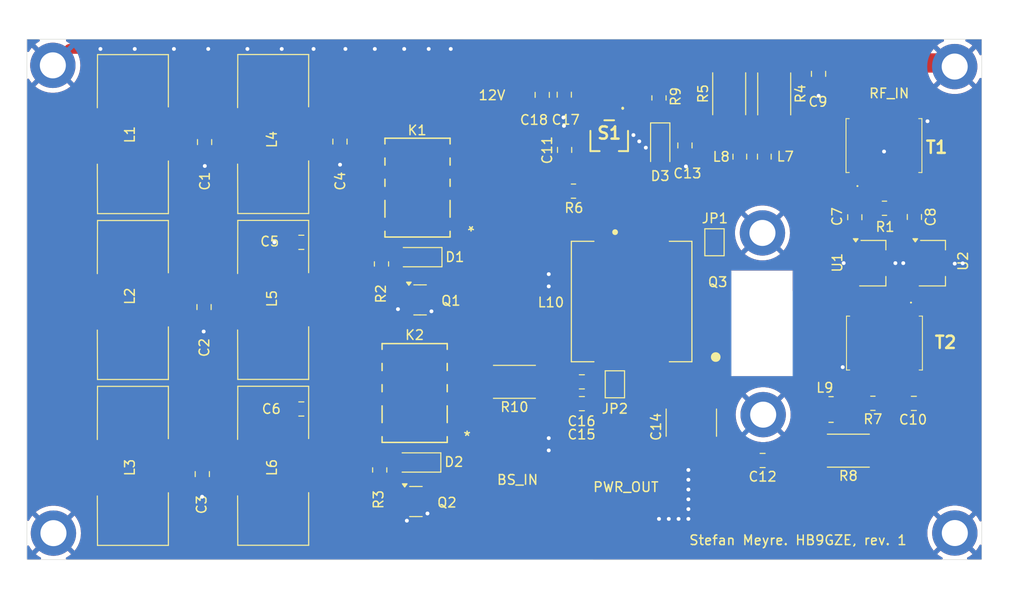
<source format=kicad_pcb>
(kicad_pcb (version 20240108) (generator "pcbnew") (generator_version "8.0")
  (layers (0 "F.Cu" signal) (31 "B.Cu" signal) (34 "B.Paste" user) (35 "F.Paste" user) (36 "B.SilkS" user "B.Silkscreen") (37 "F.SilkS" user "F.Silkscreen") (38 "B.Mask" user) (39 "F.Mask" user) (44 "Edge.Cuts" user))
  (net 0 "")
  (net 1 "Net-(T1-PRIMARY_DOT)")
  (net 2 "Net-(C1-Pad1)")
  (net 3 "Net-(T1-PRIMARY)")
  (net 4 "Net-(C2-Pad1)")
  (net 5 "GND")
  (net 6 "Net-(T2-SECONARY_CT)")
  (net 7 "Net-(C3-Pad1)")
  (net 8 "Net-(T2-SECONDARY)")
  (net 9 "Net-(C5-Pad1)")
  (net 10 "Net-(C4-Pad1)")
  (net 13 "Net-(C6-Pad1)")
  (net 14 "Net-(T2-PRIMARY_DOT)")
  (net 15 "Net-(T2-PRIMARY)")
  (net 16 "Net-(C7-Pad2)")
  (net 17 "Net-(C8-Pad2)")
  (net 18 "Net-(C10-Pad2)")
  (net 19 "Net-(D3-K)")
  (net 20 "Net-(S1-WIPER)")
  (net 21 "/RF_OUT")
  (net 22 "Net-(D1-A)")
  (net 23 "Net-(D2-A)")
  (net 24 "Net-(K1-Pad2)")
  (net 25 "Net-(K1-Pad4)")
  (net 26 "Net-(K1-Pad3)")
  (net 27 "Net-(K1-Pad6)")
  (net 28 "Net-(K2-Pad4)")
  (net 29 "Net-(PWR_OUT1-Pin_2)")
  (net 30 "Net-(L7-Pad1)")
  (net 31 "Net-(L9-Pad1)")
  (net 32 "Net-(L9-Pad2)")
  (net 33 "Net-(Q1-B)")
  (net 34 "Net-(Q2-B)")
  (net 35 "/BS0")
  (net 36 "/BS1")
  (net 37 "Net-(RF_IN1-Pin_2)")
  (net 38 "Net-(C12-Pad1)")
  (net 39 "+12V")
  (net 40 "Net-(JP1-A)")
  (net 41 "Net-(JP2-B)")
  (net 42 "Net-(JP1-B)")
  (net 43 "Net-(JP2-A)")
  (net 44 "Net-(C15-Pad2)")
  (footprint "Capacitor_SMD:C_0805_2012Metric_Pad1.18x1.45mm_HandSolder" (layer "F.Cu") (at 167.536987 65.384925 90)
    (property "Reference" "C13")
    (property "Value" "100nF" (hide yes))
  )
  (footprint "Resistor_SMD:R_0805_2012Metric_Pad1.20x1.40mm_HandSolder" (layer "F.Cu") (at 164.846 60.452 -90)
    (property "Reference" "R9")
    (property "Value" "1k" (hide yes))
  )
  (footprint "Capacitor_SMD:C_0805_2012Metric_Pad1.18x1.45mm_HandSolder" (layer "F.Cu") (at 127.762 92.7315 180)
    (property "Reference" "C6")
    (property "Value" "120pF" (hide yes))
  )
  (footprint "Inductor_SMD:L_0805_2012Metric_Pad1.15x1.40mm_HandSolder" (layer "F.Cu") (at 175.768 66.548 -90)
    (property "Reference" "L7")
    (property "Value" "2 x 100uH / 140mA each" (hide yes))
  )
  (footprint "Private:PinHeader_1x03_P1.00mm_Vertical_SMD" (layer "F.Cu") (at 151.626635 103.28708 -90)
    (property "Reference" "BS_IN")
    (property "Value" "Conn_01x03_Socket" (hide yes))
  )
  (footprint "Capacitor_SMD:C_2220_5750Metric_Pad1.97x5.40mm_HandSolder" (layer "F.Cu") (at 168.198768 94.151591 90)
    (property "Reference" "C14")
    (property "Value" "220pF" (hide yes))
  )
  (footprint "Package_TO_SOT_SMD:SOT-89-3" (layer "F.Cu") (at 187.011023 77.602655)
    (property "Reference" "U1")
    (property "Value" "GALI-74" (hide yes))
  )
  (footprint "Capacitor_SMD:C_0805_2012Metric_Pad1.18x1.45mm_HandSolder" (layer "F.Cu") (at 152.741151 60.138186 90)
    (property "Reference" "C18")
    (property "Value" "1uF" (hide yes))
  )
  (footprint "Capacitor_SMD:C_0805_2012Metric_Pad1.18x1.45mm_HandSolder" (layer "F.Cu") (at 191.271721 92.153568 180)
    (property "Reference" "C10")
    (property "Value" "100nF" (hide yes))
  )
  (footprint "Capacitor_SMD:C_0805_2012Metric_Pad1.18x1.45mm_HandSolder" (layer "F.Cu") (at 131.768127 64.9864 -90)
    (property "Reference" "C4")
    (property "Value" "470pF" (hide yes))
  )
  (footprint "Capacitor_SMD:C_0805_2012Metric_Pad1.18x1.45mm_HandSolder" (layer "F.Cu") (at 155.059825 65.848783 90)
    (property "Reference" "C11")
    (property "Value" "100nF" (hide yes))
  )
  (footprint "Diode_SMD:D_SOD-123" (layer "F.Cu") (at 139.865718 98.28523 180)
    (property "Reference" "D2")
    (property "Value" "BAV16W" (hide yes))
  )
  (footprint "Resistor_SMD:R_2512_6332Metric_Pad1.40x3.35mm_HandSolder" (layer "F.Cu") (at 149.858 89.916 180)
    (property "Reference" "R10")
    (property "Value" "0R 1W" (hide yes))
  )
  (footprint "MountingHole:MountingHole_2.7mm_M2.5_DIN965_Pad_TopBottom" (layer "F.Cu") (at 175.573473 74.464064)
    (property "Reference" "H6" (hide yes))
    (property "Value" "MountingHole_Pad" (hide yes))
  )
  (footprint "Private:L_Toroid_Vertical_L16.3mm_W7.1mm_P7.11mm_SMD" (layer "F.Cu") (at 121.294121 98.62547 90)
    (property "Reference" "L6")
    (property "Value" "0.68uH" (hide yes))
  )
  (footprint "Private:PinHeader_1x02_P1.00mm_Vertical_SMD" (layer "F.Cu") (at 147.547548 56.842796 90)
    (property "Reference" "12V")
    (property "Value" "Conn_01x02_Socket" (hide yes))
  )
  (footprint "Private:PinHeader_1x02_P1.00mm_Vertical_SMD" (layer "F.Cu") (at 161.52 104.14 -90)
    (property "Reference" "PWR_OUT")
    (property "Value" "Conn_01x02_Socket" (hide yes))
  )
  (footprint "Capacitor_SMD:C_0805_2012Metric_Pad1.18x1.45mm_HandSolder" (layer "F.Cu") (at 155.027151 60.116686 90)
    (property "Reference" "C17")
    (property "Value" "100nF" (hide yes))
  )
  (footprint "Diode_SMD:D_SOD-123" (layer "F.Cu") (at 139.984732 76.977669 180)
    (property "Reference" "D1")
    (property "Value" "BAV16W" (hide yes))
  )
  (footprint "Capacitor_SMD:C_0805_2012Metric_Pad1.18x1.45mm_HandSolder" (layer "F.Cu") (at 117.49679 99.490364 -90)
    (property "Reference" "C3")
    (property "Value" "330pF" (hide yes))
  )
  (footprint "Private:IND_SRF1260-1R0Y" (layer "F.Cu") (at 162.009985 81.581459)
    (property "Reference" "L10")
    (property "Value" "SRF1260-1R0Y" (hide yes))
  )
  (footprint "Private:L_Toroid_Vertical_L16.3mm_W7.1mm_P7.11mm_SMD" (layer "F.Cu") (at 106.749969 98.636419 90)
    (property "Reference" "L3")
    (property "Value" "0.68uH" (hide yes))
  )
  (footprint "Package_TO_SOT_SMD:SOT-23" (layer "F.Cu") (at 139.644236 102.337924)
    (property "Reference" "Q2")
    (property "Value" "2N2222" (hide yes))
  )
  (footprint "Private:ADT151" (layer "F.Cu") (at 188.171408 65.398665)
    (property "Reference" "T1")
    (property "Value" "ADT1.5-1+" (hide yes))
  )
  (footprint "Capacitor_SMD:C_0805_2012Metric_Pad1.18x1.45mm_HandSolder" (layer "F.Cu") (at 185.149009 72.831776 -90)
    (property "Reference" "C7")
    (property "Value" "100nF" (hide yes))
  )
  (footprint "Inductor_SMD:L_0805_2012Metric_Pad1.15x1.40mm_HandSolder" (layer "F.Cu") (at 173.228 66.548 -90)
    (property "Reference" "L8")
    (property "Value" "30uH / 200mA" (hide yes))
  )
  (footprint "Capacitor_SMD:C_0805_2012Metric_Pad1.18x1.45mm_HandSolder" (layer "F.Cu") (at 117.732077 65.035927 -90)
    (property "Reference" "C1")
    (property "Value" "1.2nF" (hide yes))
  )
  (footprint "Package_TO_SOT_SMD:SOT-89-3" (layer "F.Cu") (at 193.190749 77.602655)
    (property "Reference" "U2")
    (property "Value" "GALI-74" (hide yes))
  )
  (footprint "Private:L_Toroid_Vertical_L16.3mm_W7.1mm_P7.11mm_SMD" (layer "F.Cu") (at 121.294121 64.197457 90)
    (property "Reference" "L4")
    (property "Value" "2.7uH" (hide yes))
  )
  (footprint "Jumper:SolderJumper-2_P1.3mm_Open_Pad1.0x1.5mm" (layer "F.Cu") (at 170.599858 75.432862 90)
    (property "Reference" "JP1")
    (property "Value" "SolderJumper_2_Open" (hide yes))
  )
  (footprint "Private:L_Toroid_Vertical_L16.3mm_W7.1mm_P7.11mm_SMD" (layer "F.Cu") (at 121.294121 81.411463 90)
    (property "Reference" "L5")
    (property "Value" "1.5uH" (hide yes))
  )
  (footprint "Capacitor_SMD:C_0805_2012Metric_Pad1.18x1.45mm_HandSolder" (layer "F.Cu") (at 127.762 75.438 180)
    (property "Reference" "C5")
    (property "Value" "220pF" (hide yes))
  )
  (footprint "Private:L_Toroid_Vertical_L16.3mm_W7.1mm_P7.11mm_SMD" (layer "F.Cu") (at 106.749969 81.422412 90)
    (property "Reference" "L2")
    (property "Value" "1.2uH")
  )
  (footprint "MountingHole:MountingHole_2.7mm_M2.5_DIN965_Pad_TopBottom" (layer "F.Cu") (at 101.99937 57.073128)
    (property "Reference" "H1" (hide yes))
    (property "Value" "MountingHole_Pad" (hide yes))
  )
  (footprint "Private:SM3TW103" (layer "F.Cu") (at 159.68554 64.372728 180)
    (property "Reference" "S1")
    (property "Value" "SM-3TW103" (hide yes))
  )
  (footprint "MountingHole:MountingHole_2.7mm_M2.5_DIN965_Pad_TopBottom" (layer "F.Cu") (at 102.061472 105.618043)
    (property "Reference" "H3" (hide yes))
    (property "Value" "MountingHole_Pad" (hide yes))
  )
  (footprint "Private:PinHeader_1x02_P1.00mm_Vertical_SMD" (layer "F.Cu") (at 188.591804 56.825825 -90)
    (property "Reference" "RF_IN")
    (property "Value" "Conn_01x02_Socket" (hide yes))
  )
  (footprint "Diode_SMD:D_SOD-123" (layer "F.Cu") (at 164.974487 65.40598 -90)
    (property "Reference" "D3")
    (property "Value" "4.3V" (hide yes))
  )
  (footprint "Private:L_Toroid_Vertical_L16.3mm_W7.1mm_P7.11mm_SMD" (layer "F.Cu") (at 106.749969 64.208406 90)
    (property "Reference" "L1")
    (property "Value" "2.7uH" (hide yes))
  )
  (footprint "Jumper:SolderJumper-2_P1.3mm_Open_Pad1.0x1.5mm" (layer "F.Cu") (at 160.274 90.17 -90)
    (property "Reference" "JP2")
    (property "Value" "SolderJumper_2_Open" (hide yes))
  )
  (footprint "MountingHole:MountingHole_2.7mm_M2.5_DIN965_Pad_TopBottom" (layer "F.Cu") (at 195.520178 105.606007)
    (property "Reference" "H4" (hide yes))
    (property "Value" "MountingHole_Pad" (hide yes))
  )
  (footprint "Resistor_SMD:R_2512_6332Metric_Pad1.40x3.35mm_HandSolder" (layer "F.Cu") (at 172.124956 60.020157 -90)
    (property "Reference" "R5")
    (property "Value" "100R 1W" (hide yes))
  )
  (footprint "Private:G6K-2F-Y DC3_OMR" (layer "F.Cu") (at 139.810014 69.760972 180)
    (property "Reference" "K1")
    (property "Value" "G6K-2F-Y DC3" (hide yes))
  )
  (footprint "Resistor_SMD:R_2512_6332Metric_Pad1.40x3.35mm_HandSolder" (layer "F.Cu") (at 176.7922 60.036502 -90)
    (property "Reference" "R4")
    (property "Value" "2x 100R / 1W" (hide yes))
  )
  (footprint "MountingHole:MountingHole_2.7mm_M2.5_DIN965_Pad_TopBottom" (layer "F.Cu") (at 195.50716 57.199883)
    (property "Reference" "H2" (hide yes))
    (property "Value" "MountingHole_Pad" (hide yes))
  )
  (footprint "Resistor_SMD:R_0805_2012Metric_Pad1.20x1.40mm_HandSolder" (layer "F.Cu") (at 155.981643 70.126762)
    (property "Reference" "R6")
    (property "Value" "1k" (hide yes))
  )
  (footprint "Private:ADT151" (layer "F.Cu") (at 188.222036 85.89061 180)
    (property "Reference" "T2")
    (property "Value" "ADT1.5-1+" (hide yes))
  )
  (footprint "Capacitor_SMD:C_0805_2012Metric_Pad1.18x1.45mm_HandSolder" (layer "F.Cu") (at 156.852011 92.178796 180)
    (property "Reference" "C16")
    (property "Value" "100nF" (hide yes))
  )
  (footprint "Private:BLP9LA25SGZ_SOT1483-1_TO270" (layer "F.Cu") (at 175.528971 83.844515 180)
    (property "Reference" "Q3")
    (property "Value" "BLP9LA25SGZ" (hide yes))
    (fp_line (start 3.175 5.48) (end -3.175 5.48) (stroke (width 0.01)) (layer "Edge.Cuts"))
    (fp_line (start 3.175 -5.48) (end 3.175 5.48) (stroke (width 0.01)) (layer "Edge.Cuts"))
    (fp_line (start -3.175 5.48) (end -3.175 -5.48) (stroke (width 0.01)) (layer "Edge.Cuts"))
    (fp_line (start -3.175 -5.48) (end 3.175 -5.48) (stroke (width 0.01)) (layer "Edge.Cuts"))
  )
  (footprint "Resistor_SMD:R_2512_6332Metric_Pad1.40x3.35mm_HandSolder" (layer "F.Cu") (at 184.479579 97.058648 180)
    (property "Reference" "R8")
    (property "Value" "470R 1W" (hide yes))
  )
  (footprint "Resistor_SMD:R_0805_2012Metric_Pad1.20x1.40mm_HandSolder" (layer "F.Cu") (at 136.073866 77.681354 90)
    (property "Reference" "R2")
    (property "Value" "1k" (hide yes))
  )
  (footprint "Capacitor_SMD:C_0805_2012Metric_Pad1.18x1.45mm_HandSolder" (layer "F.Cu") (at 117.67741 82.155841 -90)
    (property "Reference" "C2")
    (property "Value" "560pF" (hide yes))
  )
  (footprint "Resistor_SMD:R_0805_2012Metric_Pad1.20x1.40mm_HandSolder" (layer "F.Cu") (at 135.889759 99.06014 90)
    (property "Reference" "R3")
    (property "Value" "1k" (hide yes))
  )
  (footprint "Private:G6K-2F-Y DC3_OMR" (layer "F.Cu") (at 139.512273 91.076042 180)
    (property "Reference" "K2")
    (property "Value" "G6K-2F-Y DC3" (hide yes))
  )
  (footprint "Capacitor_SMD:C_0805_2012Metric_Pad1.18x1.45mm_HandSolder" (layer "F.Cu") (at 191.328736 72.80769 -90)
    (property "Reference" "C8")
    (property "Value" "100nF" (hide yes))
  )
  (footprint "Capacitor_SMD:C_0805_2012Metric_Pad1.18x1.45mm_HandSolder" (layer "F.Cu") (at 156.849121 89.916743 180)
    (property "Reference" "C15")
    (property "Value" "100nF" (hide yes))
  )
  (footprint "Capacitor_SMD:C_0805_2012Metric_Pad1.18x1.45mm_HandSolder" (layer "F.Cu") (at 175.592342 98.077567 180)
    (property "Reference" "C12")
    (property "Value" "100nF" (hide yes))
  )
  (footprint "Resistor_SMD:R_0805_2012Metric_Pad1.20x1.40mm_HandSolder" (layer "F.Cu") (at 188.22538 71.902219)
    (property "Reference" "R1")
    (property "Value" "100R " (hide yes))
  )
  (footprint "Private:INDC2624X203N" (layer "F.Cu") (at 182.688227 92.786712 180)
    (property "Reference" "L9")
    (property "Value" "47nH" (hide yes))
  )
  (footprint "Package_TO_SOT_SMD:SOT-23" (layer "F.Cu") (at 140.074728 81.41172)
    (property "Reference" "Q1")
    (property "Value" "2N2222" (hide yes))
  )
  (footprint "Resistor_SMD:R_0805_2012Metric_Pad1.20x1.40mm_HandSolder" (layer "F.Cu") (at 187.025341 92.142056 180)
    (property "Reference" "R7")
    (property "Value" "47R" (hide yes))
  )
  (footprint "Capacitor_SMD:C_0805_2012Metric_Pad1.18x1.45mm_HandSolder" (layer "F.Cu") (at 181.390289 57.955046 -90)
    (property "Reference" "C9")
    (property "Value" "100nF" (hide yes))
  )
  (footprint "MountingHole:MountingHole_2.7mm_M2.5_DIN965_Pad_TopBottom" (layer "F.Cu") (at 175.648949 93.322612)
    (property "Reference" "H5" (hide yes))
    (property "Value" "MountingHole_Pad" (hide yes))
  )
  (gr_rect (start 99.311174 54.36367) (end 198.311174 108.36367) (stroke (width 0.05)) (fill none) (layer "Edge.Cuts"))
  (gr_text "Stefan Meyre. HB9GZE, rev. 1" (at 167.894 106.934 0) (layer "F.SilkS") (effects (font (size 1 1)) (justify left bottom)))
  (segment (start 185.631408 67.938665) (end 185.631408 71.311877) (width 0.5) (layer "F.Cu") (net 1))
  (segment (start 185.149009 71.794276) (end 185.256952 71.902219) (width 0.5) (layer "F.Cu") (net 1))
  (segment (start 185.631408 71.311877) (end 185.149009 71.794276) (width 0.5) (layer "F.Cu") (net 1))
  (segment (start 185.256952 71.902219) (end 187.22538 71.902219) (width 0.5) (layer "F.Cu") (net 1))
  (segment (start 113.870918 64.197457) (end 113.859969 64.208406) (width 1) (layer "F.Cu") (net 2))
  (segment (start 121.294121 64.197457) (end 113.870918 64.197457) (width 1) (layer "F.Cu") (net 2))
  (segment (start 191.328736 71.77019) (end 189.357409 71.77019) (width 0.5) (layer "F.Cu") (net 3))
  (segment (start 191.328736 68.555993) (end 190.711408 67.938665) (width 0.5) (layer "F.Cu") (net 3))
  (segment (start 191.328736 71.77019) (end 191.328736 68.555993) (width 0.5) (layer "F.Cu") (net 3))
  (segment (start 189.357409 71.77019) (end 189.22538 71.902219) (width 0.5) (layer "F.Cu") (net 3))
  (segment (start 113.870918 81.411463) (end 113.859969 81.422412) (width 1) (layer "F.Cu") (net 4))
  (segment (start 121.294121 81.411463) (end 113.870918 81.411463) (width 1) (layer "F.Cu") (net 4))
  (segment (start 152.762651 61.154186) (end 152.741151 61.175686) (width 1) (layer "F.Cu") (net 5))
  (segment (start 135.382 55.372) (end 132.334 55.372) (width 1) (layer "F.Cu") (net 5))
  (segment (start 137.794286 82.36172) (end 137.783257 82.372749) (width 0.2) (layer "F.Cu") (net 5))
  (segment (start 181.390289 58.992546) (end 181.390289 60.229113) (width 0.5) (layer "F.Cu") (net 5))
  (segment (start 195.509335 77.650426) (end 195.557106 77.602655) (width 0.8) (layer "F.Cu") (net 5))
  (segment (start 162.880114 64.961607) (end 163.480404 65.561897) (width 1) (layer "F.Cu") (net 5))
  (segment (start 162.801124 64.882617) (end 162.801124 64.961607) (width 1) (layer "F.Cu") (net 5))
  (segment (start 155.027151 64.778609) (end 155.059825 64.811283) (width 1) (layer "F.Cu") (net 5))
  (segment (start 162.19732 64.278813) (end 162.19732 64.307486) (width 1) (layer "F.Cu") (net 5))
  (segment (start 155.027151 63.31946) (end 154.992732 63.353879) (width 1) (layer "F.Cu") (net 5))
  (segment (start 114.554 55.372) (end 110.49 55.372) (width 1) (layer "F.Cu") (net 5))
  (segment (start 163.480404 65.561897) (end 163.480404 65.615728) (width 1) (layer "F.Cu") (net 5))
  (segment (start 132.334 55.372) (end 129.032 55.372) (width 1) (layer "F.Cu") (net 5))
  (segment (start 167.894 99.06) (end 167.894 97.093859) (width 2.2) (layer "F.Cu") (net 5))
  (segment (start 117.732077 67.492809) (end 117.755366 67.516098) (width 1) (layer "F.Cu") (net 5))
  (segment (start 117.732077 66.073427) (end 117.732077 67.492809) (width 1) (layer "F.Cu") (net 5))
  (segment (start 189.357827 77.597827) (end 189.362655 77.602655) (width 0.8) (layer "F.Cu") (net 5))
  (segment (start 162.801124 64.961607) (end 162.880114 64.961607) (width 1) (layer "F.Cu") (net 5))
  (segment (start 167.894 103.124) (end 167.894 102.108) (width 2.2) (layer "F.Cu") (net 5))
  (segment (start 189.362655 77.602655) (end 190.169252 77.602655) (width 0.8) (layer "F.Cu") (net 5))
  (segment (start 190.169252 77.602655) (end 190.17408 77.597827) (width 0.8) (layer "F.Cu") (net 5))
  (segment (start 162.225993 64.307486) (end 162.801124 64.882617) (width 1) (layer "F.Cu") (net 5))
  (segment (start 196.322543 77.602655) (end 196.336769 77.616881) (width 0.8) (layer "F.Cu") (net 5))
  (segment (start 117.67741 83.193341) (end 117.67741 84.653109) (width 1) (layer "F.Cu") (net 5))
  (segment (start 167.894 100.076) (end 167.894 99.06) (width 2.2) (layer "F.Cu") (net 5))
  (segment (start 163.534235 65.615728) (end 164.974487 67.05598) (width 1) (layer "F.Cu") (net 5))
  (segment (start 167.894 104.14) (end 167.894 103.124) (width 2.2) (layer "F.Cu") (net 5))
  (segment (start 154.94 62.484) (end 155.027151 62.571151) (width 1) (layer "F.Cu") (net 5))
  (segment (start 192.672594 62.858665) (end 192.685366 62.871437) (width 0.5) (layer "F.Cu") (net 5))
  (segment (start 131.768127 66.0239) (end 131.768127 67.373015) (width 1) (layer "F.Cu") (net 5))
  (segment (start 196.350995 77.602655) (end 196.362177 77.602655) (width 0.8) (layer "F.Cu") (net 5))
  (segment (start 183.93461 88.43061) (end 183.896 88.392) (width 0.5) (layer "F.Cu") (net 5))
  (segment (start 144.272 55.372) (end 143.256 55.372) (width 1) (layer "F.Cu") (net 5))
  (segment (start 165.608042 66.422425) (end 164.974487 67.05598) (width 1) (layer "F.Cu") (net 5))
  (segment (start 189.352999 77.602655) (end 189.357827 77.597827) (width 0.8) (layer "F.Cu") (net 5))
  (segment (start 195.557106 77.602655) (end 196.322543 77.602655) (width 0.8) (layer "F.Cu") (net 5))
  (segment (start 190.711408 62.858665) (end 192.672594 62.858665) (width 0.5) (layer "F.Cu") (net 5))
  (segment (start 118.11 55.372) (end 114.554 55.372) (width 1) (layer "F.Cu") (net 5))
  (segment (start 146.05 56.845248) (end 146.047548 56.842796) (width 1) (layer "F.Cu") (net 5))
  (segment (start 167.536987 66.422425) (end 167.536987 67.460987) (width 1) (layer "F.Cu") (net 5))
  (segment (start 190.17408 77.597827) (end 190.178908 77.602655) (width 0.8) (layer "F.Cu") (net 5))
  (segment (start 146.047548 56.842796) (end 145.742796 56.842796) (width 1) (layer "F.Cu") (net 5))
  (segment (start 122.174 55.372) (end 118.11 55.372) (width 1) (layer "F.Cu") (net 5))
  (segment (start 143.256 55.372) (end 140.97 55.372) (width 1) (layer "F.Cu") (net 5))
  (segment (start 167.894 101.092) (end 167.894 100.076) (width 2.2) (layer "F.Cu") (net 5))
  (segment (start 190.091804 56.825825) (end 195.133102 56.825825) (width 2) (layer "F.Cu") (net 5))
  (segment (start 140.97 55.372) (end 138.43 55.372) (width 1) (layer "F.Cu") (net 5))
  (segment (start 125.73 55.372) (end 122.174 55.372) (width 1) (layer "F.Cu") (net 5))
  (segment (start 167.536987 67.460987) (end 167.64 67.564) (width 1) (layer "F.Cu") (net 5))
  (segment (start 138.43 55.372) (end 135.382 55.372) (width 1) (layer "F.Cu") (net 5))
  (segment (start 166.878 104.14) (end 167.894 104.14) (width 2.2) (layer "F.Cu") (net 5))
  (segment (start 117.49679 100.527864) (end 117.49679 101.817119) (width 1) (layer "F.Cu") (net 5))
  (segment (start 165.862 104.14) (end 166.878 104.14) (width 2.2) (layer "F.Cu") (net 5))
  (segment (start 117.67741 84.653109) (end 117.636818 84.693701) (width 1) (layer "F.Cu") (net 5))
  (segment (start 167.894 97.093859) (end 168.198768 96.789091) (width 2.2) (layer "F.Cu") (net 5))
  (segment (start 155.027151 61.154186) (end 155.027151 62.396849) (width 1) (layer "F.Cu") (net 5))
  (segment (start 138.706736 103.287924) (end 138.706736 104.321567) (width 0.2) (layer "F.Cu") (net 5))
  (segment (start 188.171408 66.026836) (end 188.181996 66.016248) (width 0.5) (layer "F.Cu") (net 5))
  (segment (start 185.145479 77.605699) (end 185.148523 77.602655) (width 0.8) (layer "F.Cu") (net 5))
  (segment (start 185.148523 77.602655) (end 189.352999 77.602655) (width 0.8) (layer "F.Cu") (net 5))
  (segment (start 188.181996 66.016248) (end 190.711408 63.486836) (width 0.5) (layer "F.Cu") (net 5))
  (segment (start 183.992336 77.594518) (end 184.003517 77.605699) (width 0.8) (layer "F.Cu") (net 5))
  (segment (start 106.934 55.372) (end 103.700498 55.372) (width 1) (layer "F.Cu") (net 5))
  (segment (start 103.700498 55.372) (end 101.99937 57.073128) (width 1) (layer "F.Cu") (net 5))
  (segment (start 131.768127 67.373015) (end 131.777031 67.381919) (width 1) (layer "F.Cu") (net 5))
  (segment (start 126.7245 75.438) (end 124.968 75.438) (width 1) (layer "F.Cu") (net 5))
  (segment (start 155.027151 62.396849) (end 154.94 62.484) (width 1) (layer "F.Cu") (net 5))
  (segment (start 161.08554 62.812728) (end 161.08554 63.167033) (width 1) (layer "F.Cu") (net 5))
  (segment (start 163.02 104.14) (end 164.846 104.14) (width 2.2) (layer "F.Cu") (net 5))
  (segment (start 195.461564 77.602655) (end 195.509335 77.650426) (width 0.8) (layer "F.Cu") (net 5))
  (segment (start 195.133102 56.825825) (end 195.50716 57.199883) (width 2) (layer "F.Cu") (net 5))
  (segment (start 184.003517 77.605699) (end 185.145479 77.605699) (width 0.8) (layer "F.Cu") (net 5))
  (segment (start 190.083981 59.891267) (end 190.083981 56.833648) (width 0.5) (layer "F.Cu") (net 5))
  (segment (start 155.027151 62.571151) (end 155.027151 63.31946) (width 1) (layer "F.Cu") (net 5))
  (segment (start 167.894 102.108) (end 167.894 101.092) (width 2.2) (layer "F.Cu") (net 5))
  (segment (start 129.032 55.372) (end 125.73 55.372) (width 1) (layer "F.Cu") (net 5))
  (segment (start 190.711408 63.486836) (end 190.711408 62.858665) (width 0.5) (layer "F.Cu") (net 5))
  (segment (start 139.137228 82.36172) (end 137.794286 82.36172) (width 0.2) (layer "F.Cu") (net 5))
  (segment (start 185.682036 88.43061) (end 183.93461 88.43061) (width 0.5) (layer "F.Cu") (net 5))
  (segment (start 161.08554 63.167033) (end 162.19732 64.278813) (width 1) (layer "F.Cu") (net 5))
  (segment (start 190.711408 62.858665) (end 190.711408 60.518694) (width 0.5) (layer "F.Cu") (net 5))
  (segment (start 145.742796 56.842796) (end 144.272 55.372) (width 1) (layer "F.Cu") (net 5))
  (segment (start 154.992732 63.353879) (end 155.027151 63.388298) (width 1) (layer "F.Cu") (net 5))
  (segment (start 190.083981 56.833648) (end 190.091804 56.825825) (width 0.5) (layer "F.Cu") (net 5))
  (segment (start 191.274278 77.656626) (end 191.328249 77.602655) (width 0.8) (layer "F.Cu") (net 5))
  (segment (start 162.19732 64.307486) (end 162.225993 64.307486) (width 1) (layer "F.Cu") (net 5))
  (segment (start 183.981155 77.605699) (end 183.992336 77.594518) (width 0.8) (layer "F.Cu") (net 5))
  (segment (start 155.027151 61.154186) (end 152.762651 61.154186) (width 1) (layer "F.Cu") (net 5))
  (segment (start 196.336769 77.616881) (end 196.350995 77.602655) (width 0.8) (layer "F.Cu") (net 5))
  (segment (start 191.328249 77.602655) (end 195.461564 77.602655) (width 0.8) (layer "F.Cu") (net 5))
  (segment (start 190.711408 60.518694) (end 190.083981 59.891267) (width 0.5) (layer "F.Cu") (net 5))
  (segment (start 167.536987 66.422425) (end 165.608042 66.422425) (width 1) (layer "F.Cu") (net 5))
  (segment (start 155.027151 63.388298) (end 155.027151 64.778609) (width 1) (layer "F.Cu") (net 5))
  (segment (start 181.390289 60.229113) (end 181.39755 60.236374) (width 0.5) (layer "F.Cu") (net 5))
  (segment (start 110.49 55.372) (end 106.934 55.372) (width 1) (layer "F.Cu") (net 5))
  (segment (start 190.178908 77.602655) (end 191.328249 77.602655) (width 0.8) (layer "F.Cu") (net 5))
  (segment (start 138.706736 104.321567) (end 138.703878 104.324425) (width 0.2) (layer "F.Cu") (net 5))
  (segment (start 117.49679 101.817119) (end 117.474192 101.839717) (width 1) (layer "F.Cu") (net 5))
  (segment (start 188.171408 67.938665) (end 188.171408 66.026836) (width 0.5) (layer "F.Cu") (net 5))
  (segment (start 163.480404 65.615728) (end 163.534235 65.615728) (width 1) (layer "F.Cu") (net 5))
  (segment (start 164.846 104.14) (end 165.862 104.14) (width 2.2) (layer "F.Cu") (net 5))
  (via (at 129.032 55.372) (size 0.8) (drill 0.4) (layers "F.Cu" "B.Cu") (net 5))
  (via (at 167.64 67.564) (size 0.8) (drill 0.4) (layers "F.Cu" "B.Cu") (net 5))
  (via (at 135.382 55.372) (size 0.8) (drill 0.4) (layers "F.Cu" "B.Cu") (net 5))
  (via (at 192.685366 62.871437) (size 0.8) (drill 0.4) (layers "F.Cu" "B.Cu") (net 5))
  (via (at 141.254124 82.596005) (size 0.8) (drill 0.4) (layers "F.Cu" "B.Cu") (net 5))
  (via (at 140.97 55.372) (size 0.8) (drill 0.4) (layers "F.Cu" "B.Cu") (net 5))
  (via (at 167.894 104.14) (size 0.8) (drill 0.4) (layers "F.Cu" "B.Cu") (net 5))
  (via (at 153.416 97.028) (size 0.8) (drill 0.4) (layers "F.Cu" "B.Cu") (net 5))
  (via (at 189.357827 77.597827) (size 0.8) (drill 0.4) (layers "F.Cu" "B.Cu") (net 5))
  (via (at 167.894 99.06) (size 0.8) (drill 0.4) (layers "F.Cu" "B.Cu") (net 5))
  (via (at 153.416 80.01) (size 0.8) (drill 0.4) (layers "F.Cu" "B.Cu") (net 5))
  (via (at 162.19732 64.307486) (size 0.8) (drill 0.4) (layers "F.Cu" "B.Cu") (net 5))
  (via (at 153.416 95.758) (size 0.8) (drill 0.4) (layers "F.Cu" "B.Cu") (net 5))
  (via (at 106.934 55.372) (size 0.8) (drill 0.4) (layers "F.Cu" "B.Cu") (net 5))
  (via (at 153.416 78.74) (size 0.8) (drill 0.4) (layers "F.Cu" "B.Cu") (net 5))
  (via (at 163.480404 65.615728) (size 0.8) (drill 0.4) (layers "F.Cu" "B.Cu") (net 5))
  (via (at 131.777031 67.381919) (size 0.8) (drill 0.4) (layers "F.Cu" "B.Cu") (net 5))
  (via (at 167.894 102.108) (size 0.8) (drill 0.4) (layers "F.Cu" "B.Cu") (net 5))
  (via (at 195.509335 77.650426) (size 0.8) (drill 0.4) (layers "F.Cu" "B.Cu") (net 5))
  (via (at 124.968 75.438) (size 0.8) (drill 0.4) (layers "F.Cu" "B.Cu") (net 5))
  (via (at 154.94 62.484) (size 0.8) (drill 0.4) (layers "F.Cu" "B.Cu") (net 5))
  (via (at 162.801124 64.961607) (size 0.8) (drill 0.4) (layers "F.Cu" "B.Cu") (net 5))
  (via (at 118.11 55.372) (size 0.8) (drill 0.4) (layers "F.Cu" "B.Cu") (net 5))
  (via (at 117.755366 67.516098) (size 0.8) (drill 0.4) (layers "F.Cu" "B.Cu") (net 5))
  (via (at 110.49 55.372) (size 0.8) (drill 0.4) (layers "F.Cu" "B.Cu") (net 5))
  (via (at 167.894 103.124) (size 0.8) (drill 0.4) (layers "F.Cu" "B.Cu") (net 5))
  (via (at 143.256 55.372) (size 0.8) (drill 0.4) (layers "F.Cu" "B.Cu") (net 5))
  (via (at 132.334 55.372) (size 0.8) (drill 0.4) (layers "F.Cu" "B.Cu") (net 5))
  (via (at 125.73 55.372) (size 0.8) (drill 0.4) (layers "F.Cu" "B.Cu") (net 5))
  (via (at 181.39755 60.236374) (size 0.8) (drill 0.4) (layers "F.Cu" "B.Cu") (net 5))
  (via (at 166.878 104.14) (size 0.8) (drill 0.4) (layers "F.Cu" "B.Cu") (net 5))
  (via (at 183.992336 77.594518) (size 0.8) (drill 0.4) (layers "F.Cu" "B.Cu") (net 5))
  (via (at 196.336769 77.616881) (size 0.8) (drill 0.4) (layers "F.Cu" "B.Cu") (net 5))
  (via (at 138.43 55.372) (size 0.8) (drill 0.4) (layers "F.Cu" "B.Cu") (net 5))
  (via (at 188.181996 66.016248) (size 0.8) (drill 0.4) (layers "F.Cu" "B.Cu") (net 5))
  (via (at 167.894 100.076) (size 0.8) (drill 0.4) (layers "F.Cu" "B.Cu") (net 5))
  (via (at 122.174 55.372) (size 0.8) (drill 0.4) (layers "F.Cu" "B.Cu") (net 5))
  (via (at 154.992732 63.353879) (size 0.8) (drill 0.4) (layers "F.Cu" "B.Cu") (net 5))
  (via (at 165.862 104.14) (size 0.8) (drill 0.4) (layers "F.Cu" "B.Cu") (net 5))
  (via (at 117.474192 101.839717) (size 0.8) (drill 0.4) (layers "F.Cu" "B.Cu") (net 5))
  (via (at 140.84156 103.57572) (size 0.8) (drill 0.4) (layers "F.Cu" "B.Cu") (net 5))
  (via (at 114.554 55.372) (size 0.8) (drill 0.4) (layers "F.Cu" "B.Cu") (net 5))
  (via (at 183.896 88.392) (size 0.8) (drill 0.4) (layers "F.Cu" "B.Cu") (net 5))
  (via (at 137.783257 82.372749) (size 0.8) (drill 0.4) (layers "F.Cu" "B.Cu") (net 5))
  (via (at 117.636818 84.693701) (size 0.8) (drill 0.4) (layers "F.Cu" "B.Cu") (net 5))
  (via (at 138.703878 104.324425) (size 0.8) (drill 0.4) (layers "F.Cu" "B.Cu") (net 5))
  (via (at 190.17408 77.597827) (size 0.8) (drill 0.4) (layers "F.Cu" "B.Cu") (net 5))
  (via (at 164.846 104.14) (size 0.8) (drill 0.4) (layers "F.Cu" "B.Cu") (net 5))
  (via (at 167.894 101.092) (size 0.8) (drill 0.4) (layers "F.Cu" "B.Cu") (net 5))
  (segment (start 175.768 67.573) (end 177.555 67.573) (width 1) (layer "F.Cu") (net 6))
  (segment (start 187.96 81.026) (end 187.96 83.088574) (width 1) (layer "F.Cu") (net 6))
  (segment (start 182.118 72.136) (end 182.118 78.74) (width 1) (layer "F.Cu") (net 6))
  (segment (start 182.118 78.74) (end 184.404 81.026) (width 1) (layer "F.Cu") (net 6))
  (segment (start 184.404 81.026) (end 187.96 81.026) (width 1) (layer "F.Cu") (net 6))
  (segment (start 173.228 67.573) (end 175.768 67.573) (width 1) (layer "F.Cu") (net 6))
  (segment (start 187.96 83.088574) (end 188.222036 83.35061) (width 1) (layer "F.Cu") (net 6))
  (segment (start 177.555 67.573) (end 182.118 72.136) (width 1) (layer "F.Cu") (net 6))
  (segment (start 121.294121 98.62547) (end 113.870918 98.62547) (width 1) (layer "F.Cu") (net 7))
  (segment (start 113.870918 98.62547) (end 113.859969 98.636419) (width 1) (layer "F.Cu") (net 7))
  (segment (start 192.309221 90.455221) (end 192.309221 92.153568) (width 1) (layer "F.Cu") (net 8))
  (segment (start 190.762036 88.908036) (end 192.309221 90.455221) (width 1) (layer "F.Cu") (net 8))
  (segment (start 192.309221 92.153568) (end 192.278 92.122347) (width 0.5) (layer "F.Cu") (net 8))
  (segment (start 190.762036 88.43061) (end 190.762036 88.908036) (width 1) (layer "F.Cu") (net 8))
  (segment (start 125.73 60.706) (end 133.858 60.706) (width 1) (layer "F.Cu") (net 9))
  (segment (start 124.968 61.468) (end 125.73 60.706) (width 1) (layer "F.Cu") (net 9))
  (segment (start 128.7995 70.8875) (end 124.968 67.056) (width 1) (layer "F.Cu") (net 9))
  (segment (start 124.968 67.056) (end 124.968 61.468) (width 1) (layer "F.Cu") (net 9))
  (segment (start 128.7995 81.016084) (end 128.404121 81.411463) (width 1) (layer "F.Cu") (net 9))
  (segment (start 128.7995 75.438) (end 128.7995 70.8875) (width 1) (layer "F.Cu") (net 9))
  (segment (start 133.858 60.706) (end 136.310013 63.158013) (width 1) (layer "F.Cu") (net 9))
  (segment (start 136.310013 63.158013) (end 136.310013 65.960972) (width 1) (layer "F.Cu") (net 9))
  (segment (start 128.7995 75.438) (end 128.7995 81.016084) (width 1) (layer "F.Cu") (net 9))
  (segment (start 131.768127 63.9489) (end 131.51957 64.197457) (width 1) (layer "F.Cu") (net 10))
  (segment (start 135.130971 70.360971) (end 134.112 69.342) (width 1) (layer "F.Cu") (net 10))
  (segment (start 136.310013 70.360971) (end 135.130971 70.360971) (width 1) (layer "F.Cu") (net 10))
  (segment (start 134.112 65.278) (end 132.7829 63.9489) (width 1) (layer "F.Cu") (net 10))
  (segment (start 131.51957 64.197457) (end 128.404121 64.197457) (width 1) (layer "F.Cu") (net 10))
  (segment (start 132.7829 63.9489) (end 131.768127 63.9489) (width 1) (layer "F.Cu") (net 10))
  (segment (start 134.112 69.342) (end 134.112 65.278) (width 1) (layer "F.Cu") (net 10))
  (segment (start 136.012272 87.276042) (end 134.254958 87.276042) (width 1) (layer "F.Cu") (net 13))
  (segment (start 128.7995 92.7315) (end 128.7995 98.230091) (width 1) (layer "F.Cu") (net 13))
  (segment (start 128.7995 98.230091) (end 128.404121 98.62547) (width 1) (layer "F.Cu") (net 13))
  (segment (start 134.254958 87.276042) (end 128.7995 92.7315) (width 1) (layer "F.Cu") (net 13))
  (segment (start 188.334944 79.102655) (end 190.762036 81.529747) (width 0.5) (layer "F.Cu") (net 14))
  (segment (start 190.762036 81.529747) (end 190.762036 83.35061) (width 0.5) (layer "F.Cu") (net 14))
  (segment (start 185.061023 79.102655) (end 188.334944 79.102655) (width 0.5) (layer "F.Cu") (net 14))
  (segment (start 192.532 81.788) (end 192.532 85.09) (width 0.5) (layer "F.Cu") (net 15))
  (segment (start 191.240749 80.496749) (end 192.532 81.788) (width 0.5) (layer "F.Cu") (net 15))
  (segment (start 192.024 85.598) (end 186.436 85.598) (width 0.5) (layer "F.Cu") (net 15))
  (segment (start 192.532 85.09) (end 192.024 85.598) (width 0.5) (layer "F.Cu") (net 15))
  (segment (start 185.682036 84.844036) (end 185.682036 83.35061) (width 0.5) (layer "F.Cu") (net 15))
  (segment (start 191.240749 79.102655) (end 191.240749 80.496749) (width 0.5) (layer "F.Cu") (net 15))
  (segment (start 186.436 85.598) (end 185.682036 84.844036) (width 0.5) (layer "F.Cu") (net 15))
  (segment (start 185.149009 76.014669) (end 185.061023 76.102655) (width 0.5) (layer "F.Cu") (net 16))
  (segment (start 185.149009 73.869276) (end 185.149009 76.014669) (width 0.5) (layer "F.Cu") (net 16))
  (segment (start 191.328736 76.014668) (end 191.240749 76.102655) (width 0.5) (layer "F.Cu") (net 17))
  (segment (start 191.328736 73.84519) (end 191.328736 76.014668) (width 0.5) (layer "F.Cu") (net 17))
  (segment (start 190.234221 92.153568) (end 188.036853 92.153568) (width 1) (layer "F.Cu") (net 18))
  (segment (start 187.529579 97.058648) (end 187.529579 94.559089) (width 1) (layer "F.Cu") (net 18))
  (segment (start 182.626 90.17) (end 182.626 81.026) (width 1) (layer "F.Cu") (net 18))
  (segment (start 187.452 90.678) (end 183.134 90.678) (width 1) (layer "F.Cu") (net 18))
  (segment (start 180.086 72.898) (end 177.314762 70.126762) (width 1) (layer "F.Cu") (net 18))
  (segment (start 188.025341 94.063327) (end 188.025341 92.142056) (width 1) (layer "F.Cu") (net 18))
  (segment (start 182.626 81.026) (end 180.086 78.486) (width 1) (layer "F.Cu") (net 18))
  (segment (start 188.025341 92.142056) (end 188.025341 91.251341) (width 1) (layer "F.Cu") (net 18))
  (segment (start 188.025341 91.251341) (end 187.452 90.678) (width 1) (layer "F.Cu") (net 18))
  (segment (start 187.529579 94.559089) (end 188.025341 94.063327) (width 1) (layer "F.Cu") (net 18))
  (segment (start 180.086 78.486) (end 180.086 72.898) (width 1) (layer "F.Cu") (net 18))
  (segment (start 188.036853 92.153568) (end 188.025341 92.142056) (width 1) (layer "F.Cu") (net 18))
  (segment (start 177.314762 70.126762) (end 156.981643 70.126762) (width 1) (layer "F.Cu") (net 18))
  (segment (start 183.134 90.678) (end 182.626 90.17) (width 1) (layer "F.Cu") (net 18))
  (segment (start 159.20346 60.91109) (end 158.28554 61.82901) (width 1) (layer "F.Cu") (net 19))
  (segment (start 164.974487 63.75598) (end 166.945542 63.75598) (width 1) (layer "F.Cu") (net 19))
  (segment (start 158.28554 61.82901) (end 158.28554 62.812728) (width 1) (layer "F.Cu") (net 19))
  (segment (start 162.448905 60.91109) (end 159.20346 60.91109) (width 1) (layer "F.Cu") (net 19))
  (segment (start 164.846 61.452) (end 162.989815 61.452) (width 1) (layer "F.Cu") (net 19))
  (segment (start 166.945542 63.75598) (end 167.536987 64.347425) (width 1) (layer "F.Cu") (net 19))
  (segment (start 164.974487 63.75598) (end 164.974487 61.580487) (width 1) (layer "F.Cu") (net 19))
  (segment (start 164.974487 61.580487) (end 164.846 61.452) (width 1) (layer "F.Cu") (net 19))
  (segment (start 162.989815 61.452) (end 162.448905 60.91109) (width 1) (layer "F.Cu") (net 19))
  (segment (start 159.68554 65.932728) (end 158.182022 65.932728) (width 1) (layer "F.Cu") (net 20))
  (segment (start 154.981643 68.173221) (end 154.975959 68.167537) (width 1) (layer "F.Cu") (net 20))
  (segment (start 154.975959 68.167537) (end 154.981643 68.161853) (width 1) (layer "F.Cu") (net 20))
  (segment (start 154.981643 70.126762) (end 154.981643 68.173221) (width 1) (layer "F.Cu") (net 20))
  (segment (start 158.182022 65.932728) (end 157.215939 66.898811) (width 1) (layer "F.Cu") (net 20))
  (segment (start 157.203411 66.886283) (end 155.059825 66.886283) (width 1) (layer "F.Cu") (net 20))
  (segment (start 157.215939 66.898811) (end 157.203411 66.886283) (width 1) (layer "F.Cu") (net 20))
  (segment (start 154.981643 68.161853) (end 154.981643 66.964465) (width 1) (layer "F.Cu") (net 20))
  (segment (start 154.981643 66.964465) (end 155.059825 66.886283) (width 1) (layer "F.Cu") (net 20))
  (segment (start 143.080314 89.408) (end 143.012274 89.47604) (width 1) (layer "F.Cu") (net 21))
  (segment (start 146.808 89.916) (end 146.304 89.916) (width 1) (layer "F.Cu") (net 21))
  (segment (start 146.304 89.916) (end 145.796 89.408) (width 1) (layer "F.Cu") (net 21))
  (segment (start 145.796 89.408) (end 143.080314 89.408) (width 1) (layer "F.Cu") (net 21))
  (segment (start 138.334732 78.136732) (end 141.012228 80.814228) (width 0.15) (layer "F.Cu") (net 22))
  (segment (start 141.012228 80.814228) (end 141.012228 81.41172) (width 0.15) (layer "F.Cu") (net 22))
  (segment (start 138.334732 76.977669) (end 138.334732 78.136732) (width 0.15) (layer "F.Cu") (net 22))
  (segment (start 138.334732 75.585691) (end 136.310013 73.560972) (width 0.15) (layer "F.Cu") (net 22))
  (segment (start 138.334732 76.977669) (end 138.334732 75.585691) (width 0.15) (layer "F.Cu") (net 22))
  (segment (start 140.581736 102.337924) (end 140.581736 100.651248) (width 0.2) (layer "F.Cu") (net 23))
  (segment (start 140.581736 100.651248) (end 138.215718 98.28523) (width 0.2) (layer "F.Cu") (net 23))
  (segment (start 138.215718 98.28523) (end 138.215718 97.079488) (width 0.2) (layer "F.Cu") (net 23))
  (segment (start 138.215718 97.079488) (end 136.012272 94.876042) (width 0.2) (layer "F.Cu") (net 23))
  (segment (start 111.776375 59.182) (end 106.749969 64.208406) (width 1) (layer "F.Cu") (net 24))
  (segment (start 143.307044 70.358) (end 141.224 70.358) (width 1) (layer "F.Cu") (net 24))
  (segment (start 141.224 70.358) (end 141.224 60.452) (width 1) (layer "F.Cu") (net 24))
  (segment (start 141.224 60.452) (end 139.954 59.182) (width 1) (layer "F.Cu") (net 24))
  (segment (start 139.954 59.182) (end 111.776375 59.182) (width 1) (layer "F.Cu") (net 24))
  (segment (start 143.310015 70.360971) (end 143.307044 70.358) (width 1) (layer "F.Cu") (net 24))
  (segment (start 103.124 61.976) (end 103.124 77.796443) (width 1) (layer "F.Cu") (net 25))
  (segment (start 140.97 57.912) (end 107.188 57.912) (width 1) (layer "F.Cu") (net 25))
  (segment (start 106.749969 80.448031) (end 106.749969 81.422412) (width 1) (layer "F.Cu") (net 25))
  (segment (start 143.310015 65.960972) (end 143.310015 63.046015) (width 1) (layer "F.Cu") (net 25))
  (segment (start 143.310015 60.252015) (end 140.97 57.912) (width 1) (layer "F.Cu") (net 25))
  (segment (start 107.188 57.912) (end 103.124 61.976) (width 1) (layer "F.Cu") (net 25))
  (segment (start 143.310015 63.046015) (end 143.310015 60.252015) (width 1) (layer "F.Cu") (net 25))
  (segment (start 103.124 77.796443) (end 106.749969 81.422412) (width 1) (layer "F.Cu") (net 25))
  (segment (start 147.32 93.472) (end 144.808233 93.472) (width 1) (layer "F.Cu") (net 26))
  (segment (start 145.034 79.248) (end 149.606 83.82) (width 1) (layer "F.Cu") (net 26))
  (segment (start 139.96988 73.89812) (end 139.96988 77.846136) (width 1) (layer "F.Cu") (net 26))
  (segment (start 141.371744 79.248) (end 145.034 79.248) (width 1) (layer "F.Cu") (net 26))
  (segment (start 149.606 91.186) (end 147.32 93.472) (width 1) (layer "F.Cu") (net 26))
  (segment (start 139.96988 77.846136) (end 141.371744 79.248) (width 1) (layer "F.Cu") (net 26))
  (segment (start 146.304 69.85) (end 146.304 71.628) (width 1) (layer "F.Cu") (net 26))
  (segment (start 144.61497 68.16097) (end 146.304 69.85) (width 1) (layer "F.Cu") (net 26))
  (segment (start 143.310015 68.16097) (end 144.61497 68.16097) (width 1) (layer "F.Cu") (net 26))
  (segment (start 149.606 83.82) (end 149.606 91.186) (width 1) (layer "F.Cu") (net 26))
  (segment (start 146.304 71.628) (end 146.05 71.882) (width 1) (layer "F.Cu") (net 26))
  (segment (start 146.05 71.882) (end 141.986 71.882) (width 1) (layer "F.Cu") (net 26))
  (segment (start 144.808233 93.472) (end 143.012274 91.676041) (width 1) (layer "F.Cu") (net 26))
  (segment (start 141.986 71.882) (end 139.96988 73.89812) (width 1) (layer "F.Cu") (net 26))
  (segment (start 133.604 73.152) (end 134.874 71.882) (width 1) (layer "F.Cu") (net 27))
  (segment (start 105.41 86.36) (end 128.524 86.36) (width 1) (layer "F.Cu") (net 27))
  (segment (start 102.616 100.33) (end 102.616 89.154) (width 1) (layer "F.Cu") (net 27))
  (segment (start 132.08 104.14) (end 131.826 104.394) (width 1) (layer "F.Cu") (net 27))
  (segment (start 106.68 104.394) (end 102.616 100.33) (width 1) (layer "F.Cu") (net 27))
  (segment (start 128.524 86.36) (end 133.604 81.28) (width 1) (layer "F.Cu") (net 27))
  (segment (start 131.826 104.394) (end 106.68 104.394) (width 1) (layer "F.Cu") (net 27))
  (segment (start 134.874 71.882) (end 138.43 71.882) (width 1) (layer "F.Cu") (net 27))
  (segment (start 132.08 92.964) (end 132.08 104.14) (width 1) (layer "F.Cu") (net 27))
  (segment (start 102.616 89.154) (end 105.41 86.36) (width 1) (layer "F.Cu") (net 27))
  (segment (start 138.01097 68.16097) (end 136.310013 68.16097) (width 1) (layer "F.Cu") (net 27))
  (segment (start 133.604 81.28) (end 133.604 73.152) (width 1) (layer "F.Cu") (net 27))
  (segment (start 133.367959 91.676041) (end 132.08 92.964) (width 1) (layer "F.Cu") (net 27))
  (segment (start 138.43 71.882) (end 138.938 71.374) (width 1) (layer "F.Cu") (net 27))
  (segment (start 136.012272 91.676041) (end 133.367959 91.676041) (width 1) (layer "F.Cu") (net 27))
  (segment (start 138.938 71.374) (end 138.938 69.088) (width 1) (layer "F.Cu") (net 27))
  (segment (start 136.310013 68.16097) (end 136.74097 68.16097) (width 1) (layer "F.Cu") (net 27))
  (segment (start 138.938 69.088) (end 138.01097 68.16097) (width 1) (layer "F.Cu") (net 27))
  (segment (start 117.248388 88.138) (end 106.749969 98.636419) (width 1) (layer "F.Cu") (net 28))
  (segment (start 131.318 85.852) (end 129.032 88.138) (width 1) (layer "F.Cu") (net 28))
  (segment (start 129.032 88.138) (end 117.248388 88.138) (width 1) (layer "F.Cu") (net 28))
  (segment (start 143.012274 87.132274) (end 141.732 85.852) (width 1) (layer "F.Cu") (net 28))
  (segment (start 141.732 85.852) (end 131.318 85.852) (width 1) (layer "F.Cu") (net 28))
  (segment (start 143.012274 87.276042) (end 143.012274 87.132274) (width 1) (layer "F.Cu") (net 28))
  (segment (start 134.112 105.41) (end 134.112 93.726) (width 1) (layer "F.Cu") (net 29))
  (segment (start 157.226 107.442) (end 135.636 107.442) (width 1) (layer "F.Cu") (net 29))
  (segment (start 136.012272 89.47604) (end 135.31396 89.47604) (width 1) (layer "F.Cu") (net 29))
  (segment (start 138.684 92.456) (end 138.684 90.17) (width 1) (layer "F.Cu") (net 29))
  (segment (start 160.02 104.648) (end 157.226 107.442) (width 1) (layer "F.Cu") (net 29))
  (segment (start 133.858 105.664) (end 134.112 105.41) (width 1) (layer "F.Cu") (net 29))
  (segment (start 138.684 90.17) (end 137.99004 89.47604) (width 1) (layer "F.Cu") (net 29))
  (segment (start 137.99004 89.47604) (end 136.012272 89.47604) (width 1) (layer "F.Cu") (net 29))
  (segment (start 160.02 104.14) (end 160.02 104.648) (width 1) (layer "F.Cu") (net 29))
  (segment (start 135.636 107.442) (end 133.858 105.664) (width 1) (layer "F.Cu") (net 29))
  (segment (start 137.922 93.218) (end 138.684 92.456) (width 1) (layer "F.Cu") (net 29))
  (segment (start 134.112 93.726) (end 134.62 93.218) (width 1) (layer "F.Cu") (net 29))
  (segment (start 134.62 93.218) (end 137.922 93.218) (width 1) (layer "F.Cu") (net 29))
  (segment (start 175.768 65.523) (end 175.768 64.110702) (width 1) (layer "F.Cu") (net 30))
  (segment (start 173.228 64.173201) (end 172.124956 63.070157) (width 1) (layer "F.Cu") (net 30))
  (segment (start 173.228 65.523) (end 173.228 64.173201) (width 1) (layer "F.Cu") (net 30))
  (segment (start 175.768 64.110702) (end 176.7922 63.086502) (width 1) (layer "F.Cu") (net 30))
  (segment (start 173.228 65.523) (end 175.768 65.523) (width 1) (layer "F.Cu") (net 30))
  (segment (start 186.025341 92.142056) (end 184.509883 92.142056) (width 1) (layer "F.Cu") (net 31))
  (segment (start 184.509883 92.142056) (end 183.865227 92.786712) (width 1) (layer "F.Cu") (net 31))
  (segment (start 180.146471 83.844515) (end 180.146471 91.421956) (width 2.2) (layer "F.Cu") (net 32))
  (segment (start 180.146471 91.421956) (end 181.511227 92.786712) (width 2.2) (layer "F.Cu") (net 32))
  (segment (start 137.414 78.021488) (end 136.073866 76.681354) (width 0.15) (layer "F.Cu") (net 33))
  (segment (start 137.414 79.248) (end 137.414 78.021488) (width 0.15) (layer "F.Cu") (net 33))
  (segment (start 138.62772 80.46172) (end 137.414 79.248) (width 0.15) (layer "F.Cu") (net 33))
  (segment (start 139.137228 80.46172) (end 138.62772 80.46172) (width 0.15) (layer "F.Cu") (net 33))
  (segment (start 138.706736 101.387924) (end 138.706736 100.877117) (width 0.2) (layer "F.Cu") (net 34))
  (segment (start 138.706736 100.877117) (end 135.889759 98.06014) (width 0.2) (layer "F.Cu") (net 34))
  (segment (start 143.764 88.392) (end 144.526 87.63) (width 0.15) (layer "F.Cu") (net 35))
  (segment (start 137.16 84.328) (end 143.51 84.328) (width 0.15) (layer "F.Cu") (net 35))
  (segment (start 141.224 88.392) (end 143.764 88.392) (width 0.15) (layer "F.Cu") (net 35))
  (segment (start 140.462 89.154) (end 141.224 88.392) (width 0.15) (layer "F.Cu") (net 35))
  (segment (start 144.526 85.344) (end 144.526 87.63) (width 0.15) (layer "F.Cu") (net 35))
  (segment (start 150.162 103.124) (end 150.162 100.124) (width 0.15) (layer "F.Cu") (net 35))
  (segment (start 143.51 93.472) (end 141.986 93.472) (width 0.15) (layer "F.Cu") (net 35))
  (segment (start 137.16 84.328) (end 136.144 83.312) (width 0.15) (layer "F.Cu") (net 35))
  (segment (start 143.51 84.328) (end 144.526 85.344) (width 0.15) (layer "F.Cu") (net 35))
  (segment (start 141.986 93.472) (end 140.462 91.948) (width 0.15) (layer "F.Cu") (net 35))
  (segment (start 136.144 78.751488) (end 136.073866 78.681354) (width 0.15) (layer "F.Cu") (net 35))
  (segment (start 140.462 91.948) (end 140.462 89.154) (width 0.15) (layer "F.Cu") (net 35))
  (segment (start 150.162 100.124) (end 143.51 93.472) (width 0.15) (layer "F.Cu") (net 35))
  (segment (start 136.144 83.312) (end 136.144 78.751488) (width 0.15) (layer "F.Cu") (net 35))
  (segment (start 137.922 105.918) (end 135.889759 103.885759) (width 0.2) (layer "F.Cu") (net 36))
  (segment (start 146.308313 104.059356) (end 144.449669 105.918) (width 0.2) (layer "F.Cu") (net 36))
  (segment (start 144.449669 105.918) (end 137.922 105.918) (width 0.2) (layer "F.Cu") (net 36))
  (segment (start 135.889759 103.885759) (end 135.889759 100.06014) (width 0.2) (layer "F.Cu") (net 36))
  (segment (start 187.091803 60.146745) (end 187.091804 56.825825) (width 0.5) (layer "F.Cu") (net 37))
  (segment (start 185.631408 62.858665) (end 185.631408 61.60714) (width 0.5) (layer "F.Cu") (net 37))
  (segment (start 185.631408 61.60714) (end 187.091803 60.146745) (width 0.5) (layer "F.Cu") (net 37))
  (segment (start 178.165516 98.077567) (end 176.629842 98.077567) (width 1) (layer "F.Cu") (net 38))
  (segment (start 178.237013 98.149064) (end 178.165516 98.077567) (width 1) (layer "F.Cu") (net 38))
  (segment (start 179.327429 97.058648) (end 178.237013 98.149064) (width 1) (layer "F.Cu") (net 38))
  (segment (start 181.429579 97.058648) (end 179.327429 97.058648) (width 1) (layer "F.Cu") (net 38))
  (segment (start 152.741151 57.009645) (end 152.908 56.842796) (width 1) (layer "F.Cu") (net 39))
  (segment (start 154.989413 56.842796) (end 164.846 56.842796) (width 2) (layer "F.Cu") (net 39))
  (segment (start 149.047548 56.842796) (end 152.908 56.842796) (width 2) (layer "F.Cu") (net 39))
  (segment (start 151.511 70.993) (end 148.844 68.326) (width 2.2) (layer "F.Cu") (net 39))
  (segment (start 143.012274 96.788674) (end 143.012274 94.876042) (width 0.2) (layer "F.Cu") (net 39))
  (segment (start 158.242 101.854) (end 162.052 98.044) (width 0.2) (layer "F.Cu") (net 39))
  (segment (start 143.310015 75.302386) (end 143.310015 73.560972) (width 0.15) (layer "F.Cu") (net 39))
  (segment (start 154.94 105.918) (end 158.242 102.616) (width 0.2) (layer "F.Cu") (net 39))
  (segment (start 155.027151 59.079186) (end 155.027151 56.880534) (width 1) (layer "F.Cu") (net 39))
  (segment (start 155.027151 56.880534) (end 154.989413 56.842796) (width 1) (layer "F.Cu") (net 39))
  (segment (start 143.644042 94.876042) (end 148.59 99.822) (width 0.2) (layer "F.Cu") (net 39))
  (segment (start 164.846 59.452) (end 164.846 56.842796) (width 1) (layer "F.Cu") (net 39))
  (segment (start 143.012274 94.876042) (end 143.644042 94.876042) (width 0.2) (layer "F.Cu") (net 39))
  (segment (start 141.634732 76.977669) (end 143.310015 75.302386) (width 0.15) (layer "F.Cu") (net 39))
  (segment (start 143.310015 73.560972) (end 148.943028 73.560972) (width 0.15) (layer "F.Cu") (net 39))
  (segment (start 160.294985 77.331459) (end 157.849459 77.331459) (width 2.2) (layer "F.Cu") (net 39))
  (segment (start 181.315539 56.842796) (end 181.390289 56.917546) (width 2) (layer "F.Cu") (net 39))
  (segment (start 148.844 105.918) (end 154.94 105.918) (width 0.2) (layer "F.Cu") (net 39))
  (segment (start 158.242 102.616) (end 158.242 101.854) (width 0.2) (layer "F.Cu") (net 39))
  (segment (start 162.052 98.044) (end 162.052 81.534) (width 0.2) (layer "F.Cu") (net 39))
  (segment (start 162.052 81.534) (end 160.294985 79.776985) (width 0.2) (layer "F.Cu") (net 39))
  (segment (start 160.294985 79.776985) (end 160.294985 77.331459) (width 0.2) (layer "F.Cu") (net 39))
  (segment (start 148.844 57.046344) (end 149.047548 56.842796) (width 2.2) (layer "F.Cu") (net 39))
  (segment (start 148.943028 73.560972) (end 151.511 70.993) (width 0.15) (layer "F.Cu") (net 39))
  (segment (start 152.908 56.842796) (end 154.989413 56.842796) (width 2) (layer "F.Cu") (net 39))
  (segment (start 148.844 68.326) (end 148.844 57.046344) (width 2.2) (layer "F.Cu") (net 39))
  (segment (start 164.846 56.842796) (end 181.315539 56.842796) (width 2) (layer "F.Cu") (net 39))
  (segment (start 141.515718 98.28523) (end 143.012274 96.788674) (width 0.2) (layer "F.Cu") (net 39))
  (segment (start 148.59 105.664) (end 148.844 105.918) (width 0.2) (layer "F.Cu") (net 39))
  (segment (start 152.741151 59.100686) (end 152.741151 57.009645) (width 1) (layer "F.Cu") (net 39))
  (segment (start 148.59 99.822) (end 148.59 105.664) (width 0.2) (layer "F.Cu") (net 39))
  (segment (start 157.849459 77.331459) (end 151.511 70.993) (width 2.2) (layer "F.Cu") (net 39))
  (segment (start 163.724985 85.831459) (end 163.724985 87.040308) (width 2.2) (layer "F.Cu") (net 40))
  (segment (start 170.688 76.671004) (end 170.688 83.621044) (width 2.2) (layer "F.Cu") (net 40))
  (segment (start 165.977338 88.784662) (end 165.469338 88.784662) (width 2.2) (layer "F.Cu") (net 40))
  (segment (start 174.554842 97.846842) (end 171.958 95.25) (width 1) (layer "F.Cu") (net 40))
  (segment (start 163.724985 87.040308) (end 164.453338 87.768662) (width 2.2) (layer "F.Cu") (net 40))
  (segment (start 170.911471 83.844515) (end 170.911471 87.63) (width 2.2) (layer "F.Cu") (net 40))
  (segment (start 164.453338 87.768662) (end 166.624 85.598) (width 2.2) (layer "F.Cu") (net 40))
  (segment (start 169.672 87.63) (end 170.911471 87.63) (width 2.2) (layer "F.Cu") (net 40))
  (segment (start 174.554842 98.077567) (end 174.554842 97.846842) (width 1) (layer "F.Cu") (net 40))
  (segment (start 171.934677 95.25) (end 168.198768 91.514091) (width 1) (layer "F.Cu") (net 40))
  (segment (start 168.148 89.154) (end 169.672 87.63) (width 2.2) (layer "F.Cu") (net 40))
  (segment (start 170.911471 88.801388) (end 168.198768 91.514091) (width 2.2) (layer "F.Cu") (net 40))
  (segment (start 170.911471 83.844515) (end 165.711929 83.844515) (width 2.2) (layer "F.Cu") (net 40))
  (segment (start 169.164 85.598) (end 168.783 85.979) (width 2.2) (layer "F.Cu") (net 40))
  (segment (start 168.783 85.979) (end 168.148 86.614) (width 2.2) (layer "F.Cu") (net 40))
  (segment (start 171.958 95.25) (end 171.934677 95.25) (width 1) (layer "F.Cu") (net 40))
  (segment (start 165.469338 88.784662) (end 168.198768 91.514091) (width 2.2) (layer "F.Cu") (net 40))
  (segment (start 170.911471 87.63) (end 170.911471 88.801388) (width 2.2) (layer "F.Cu") (net 40))
  (segment (start 170.688 83.621044) (end 170.911471 83.844515) (width 2.2) (layer "F.Cu") (net 40))
  (segment (start 165.711929 83.844515) (end 163.724985 85.831459) (width 2.2) (layer "F.Cu") (net 40))
  (segment (start 168.148 86.614) (end 168.148 89.154) (width 2.2) (layer "F.Cu") (net 40))
  (segment (start 166.624 85.598) (end 169.164 85.598) (width 2.2) (layer "F.Cu") (net 40))
  (segment (start 168.783 85.979) (end 165.977338 88.784662) (width 2.2) (layer "F.Cu") (net 40))
  (segment (start 158.789878 90.82) (end 157.886621 89.916743) (width 1) (layer "F.Cu") (net 41))
  (segment (start 157.886621 92.175906) (end 157.889511 92.178796) (width 1) (layer "F.Cu") (net 41))
  (segment (start 160.274 90.82) (end 158.789878 90.82) (width 1) (layer "F.Cu") (net 41))
  (segment (start 157.886621 89.916743) (end 157.886621 92.175906) (width 1) (layer "F.Cu") (net 41))
  (segment (start 163.724985 75.035015) (end 163.724985 77.331459) (width 2.2) (layer "F.Cu") (net 42))
  (segment (start 165.1 73.66) (end 163.724985 75.035015) (width 2.2) (layer "F.Cu") (net 42))
  (segment (start 169.811269 73.66) (end 165.1 73.66) (width 2.2) (layer "F.Cu") (net 42))
  (segment (start 170.277415 74.011415) (end 170.277415 74.126146) (width 2.2) (layer "F.Cu") (net 42))
  (segment (start 170.18 73.914) (end 170.277415 74.011415) (width 2.2) (layer "F.Cu") (net 42))
  (segment (start 170.277415 74.126146) (end 169.811269 73.66) (width 2.2) (layer "F.Cu") (net 42))
  (segment (start 160.294985 85.831459) (end 160.294985 88.879015) (width 2.2) (layer "F.Cu") (net 43))
  (segment (start 152.908743 89.916743) (end 152.908 89.916) (width 1) (layer "F.Cu") (net 44))
  (segment (start 155.811621 89.916743) (end 152.908743 89.916743) (width 1) (layer "F.Cu") (net 44))
  (segment (start 155.811621 92.175906) (end 155.814511 92.178796) (width 1) (layer "F.Cu") (net 44))
  (segment (start 155.811621 89.916743) (end 155.811621 92.175906) (width 1) (layer "F.Cu") (net 44))
  (zone (net 5) (net_name "GND") (layer "F.Cu") (connect_pads (clearance 0.5)) (min_thickness 0.25) (fill yes (thermal_gap 0.5) (thermal_bridge_width 0.5))
    (polygon (pts (xy 200.66 53.34) (xy 200.66 108.966) (xy 200.406 109.22) (xy 96.52 109.22) (xy 96.52 53.34) (xy 97.282 53.34)))
  )
  (zone (net 5) (net_name "GND") (layer "B.Cu") (priority 1) (connect_pads (clearance 0.5)) (min_thickness 0.25) (fill yes (thermal_gap 0.5) (thermal_bridge_width 0.5))
    (polygon (pts (xy 96.52 50.292) (xy 96.52 111.506) (xy 202.438 111.506) (xy 202.692 111.252) (xy 202.692 50.292)))
  )
)
</source>
